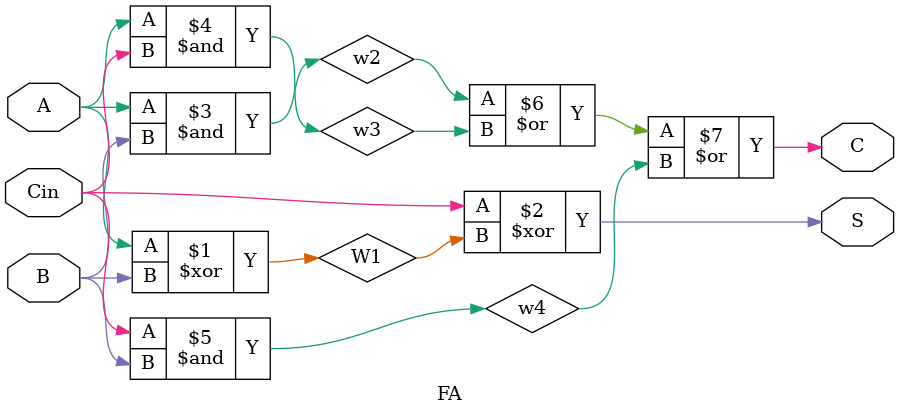
<source format=v>
module FA (input A , B, Cin ,output S, C);
//Structure Modelling

wire w1,w2, w3, w4; //internal connection

xor(W1,A,B);
xor(S,Cin,W1);
 
and(w2,A,B);
and(w3,A,Cin);
and(w4,Cin,B);

or(C,w2,w3,w4);
///

// Data dlow modeling
//assign S = A^B^Cin;
//assign C= (A&B) | (B&Cin) |(Cin&A);

//

endmodule 
</source>
